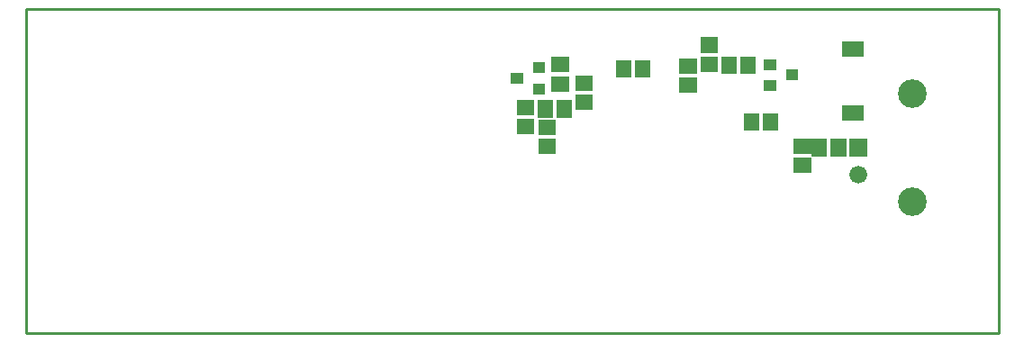
<source format=gbr>
G04 start of page 11 for group -4063 idx -4063 *
G04 Title: (unknown), componentmask *
G04 Creator: pcb 1.99z *
G04 CreationDate: Tue 21 Jul 2015 11:18:01 AM GMT UTC *
G04 For: david *
G04 Format: Gerber/RS-274X *
G04 PCB-Dimensions (mil): 3600.00 1200.00 *
G04 PCB-Coordinate-Origin: lower left *
%MOIN*%
%FSLAX25Y25*%
%LNTOPMASK*%
%ADD73R,0.0400X0.0400*%
%ADD72R,0.0572X0.0572*%
%ADD71C,0.1060*%
%ADD70C,0.0660*%
%ADD69C,0.0001*%
%ADD68C,0.0100*%
G54D68*X360000Y119984D02*X16D01*
X0Y120000D01*
Y6D01*
X360000D01*
Y119984D01*
G54D69*G36*
X304771Y72119D02*Y65519D01*
X311371D01*
Y72119D01*
X304771D01*
G37*
G54D70*X308071Y58819D03*
G54D71*X328071Y48819D03*
Y88819D03*
G54D72*X287009Y62323D02*X287795D01*
X287009Y69409D02*X287795D01*
X268505Y78660D02*Y77874D01*
X275591Y78660D02*Y77874D01*
G54D73*X275149Y99557D02*X275749D01*
X275149Y91757D02*X275749D01*
X283349Y95657D02*X283949D01*
G54D72*X293701Y69212D02*Y68426D01*
X300787Y69212D02*Y68426D01*
X304921Y81614D02*X307283D01*
X304921Y105236D02*X307283D01*
X260237Y99724D02*Y98938D01*
X267323Y99724D02*Y98938D01*
X244686Y91851D02*X245472D01*
X244686Y98937D02*X245472D01*
X252560Y99725D02*X253346D01*
X252560Y106811D02*X253346D01*
X221260Y98345D02*Y97559D01*
X228346Y98345D02*Y97559D01*
X184646Y76693D02*X185432D01*
X184646Y83779D02*X185432D01*
X206300Y85551D02*X207086D01*
X206300Y92637D02*X207086D01*
X197442Y92441D02*X198228D01*
X197442Y99527D02*X198228D01*
X199409Y83582D02*Y82796D01*
X192520Y69213D02*X193306D01*
X192520Y76299D02*X193306D01*
X192323Y83582D02*Y82796D01*
G54D73*X189661Y90546D02*X190261D01*
X181461Y94446D02*X182061D01*
X189661Y98346D02*X190261D01*
M02*

</source>
